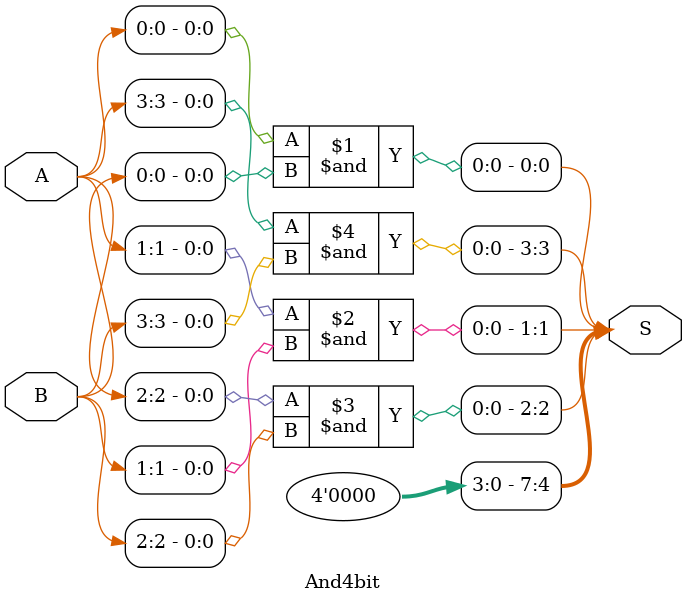
<source format=v>
module And4bit(A, B, S);

input [3:0] A, B;
output [7:0] S;

and and0(S[0], A[0], B[0]);
and and1(S[1], A[1], B[1]);
and and2(S[2], A[2], B[2]);
and and3(S[3], A[3], B[3]);

and and4(S[4], 1'b0, 1'b0);
and and5(S[5], 1'b0, 1'b0);
and and6(S[6], 1'b0, 1'b0);
and and7(S[7], 1'b0, 1'b0);

endmodule
</source>
